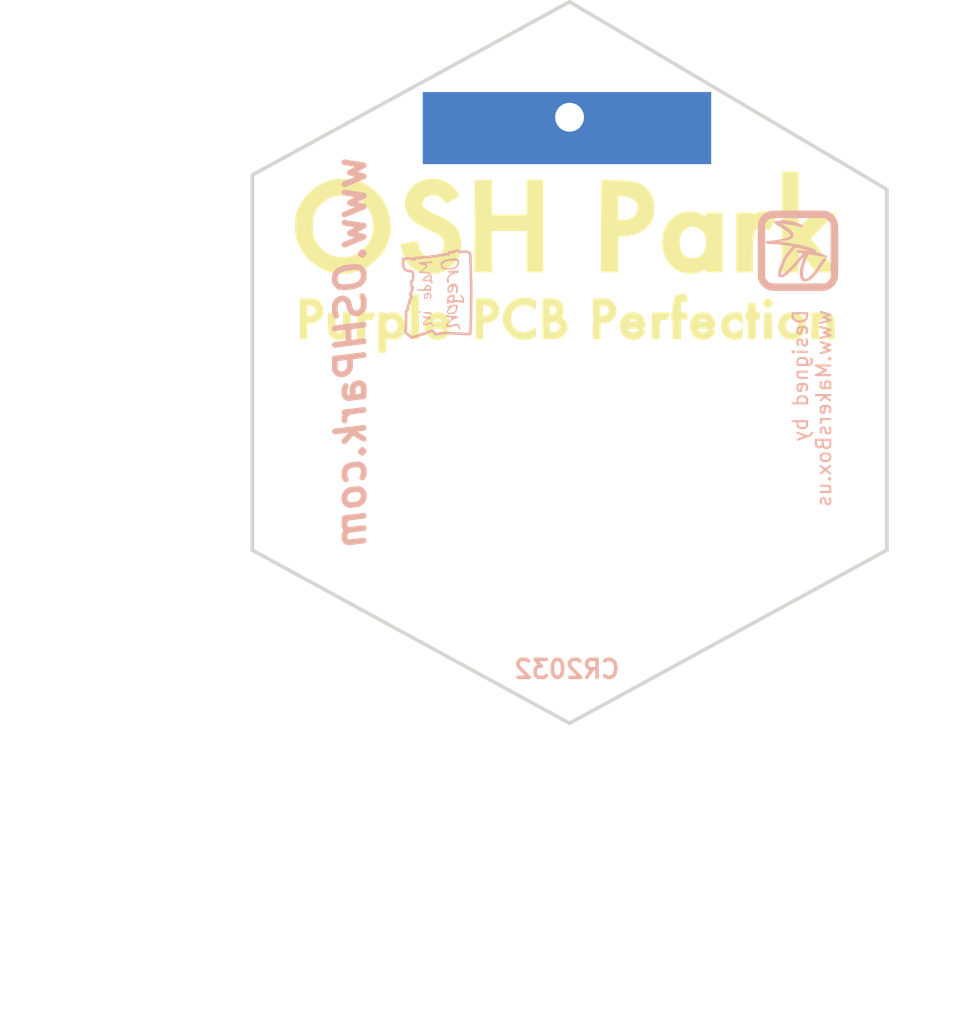
<source format=kicad_pcb>
(kicad_pcb (version 20201115) (generator pcbnew)
  (title_block (title "OSH Park Badge") (company "www.MakersBox.us") (comment 1 "K. Olsen"))
  (layers (0 "F.Cu" signal) (31 "B.Cu" signal) (34 "B.Paste" user) (35 "F.Paste" user) (36 "B.SilkS" user "B.Silkscreen") (37 "F.SilkS" user "F.Silkscreen") (38 "B.Mask" user) (39 "F.Mask" user) (44 "Edge.Cuts" user))
  (net 0 "")
  (footprint "Pin_Headers:Pin_Header_Straight_1x01" (layer "F.Cu") (at 99.82 83.25)
    (fp_text reference "P1" hide)
    (fp_text value "CONN_01X01")
    (pad "" thru_hole circle (at 0.18 -0.25) (size 3 3) (drill 2) (layers *.Cu *.Mask))
  )
  (footprint "myFootPrints:OSHPark" (layer "F.Cu") (at 99.82 90.25)
    (fp_text reference "G***" hide)
    (fp_text value "LOGO" hide)
  )
  (footprint "myFootPrints:OSHParkPurple" (layer "F.Cu") (at 99.82 97.25)
    (fp_text reference "G***" hide)
    (fp_text value "LOGO" hide)
  )
  (footprint "myFootPrints:MB225rev" (layer "F.Cu") (at 115.82 92.25 90)
    (fp_text reference "VAL" hide)
    (fp_text value "MB225rev" hide)
  )
  (footprint "myFootPrints:MadeInOregonRev25" (layer "F.Cu") (at 90.82 95.25 90)
    (fp_text reference "VAL" hide)
    (fp_text value "MadeInOregonRev25" hide)
  )
  (footprint "Connect:1pin" (layer "B.Cu") (at 99.82 83.75)
    (fp_text reference "REF**" hide)
    (fp_text value "1pin")
    (pad "1" smd rect (at 0 0) (size 20 5) (layers "B.Cu" "B.Paste" "B.Mask"))
  )
  (gr_line (start 78 87) (end 78 113) (angle 90) (layer "Edge.Cuts") (width 0.254))
  (gr_line (start 100 75) (end 78 87) (angle 90) (layer "Edge.Cuts") (width 0.254))
  (gr_line (start 122 88) (end 100 75) (angle 90) (layer "Edge.Cuts") (width 0.254))
  (gr_line (start 100 125) (end 122 113) (angle 90) (layer "Edge.Cuts") (width 0.254))
  (gr_line (start 122 113) (end 122 88) (angle 90) (layer "Edge.Cuts") (width 0.254))
  (gr_line (start 78 113) (end 100 125) (angle 90) (layer "Edge.Cuts") (width 0.254))
  (gr_text "Designed by\nwww.MakersBox.us" (at 116.82 96.25 90) (layer "B.SilkS") (effects (font (size 1 1)) (justify left mirror)))
  (gr_text "www.OSHPark.com" (at 84.82 99.25 90) (layer "B.SilkS") (effects (font (size 2 2) (thickness 0.4) italic) (justify mirror)))
  (gr_text "CR2032" (at 99.82 121.25) (layer "B.SilkS") (effects (font (size 1.25 1.25) (thickness 0.25)) (justify mirror)))
)
</source>
